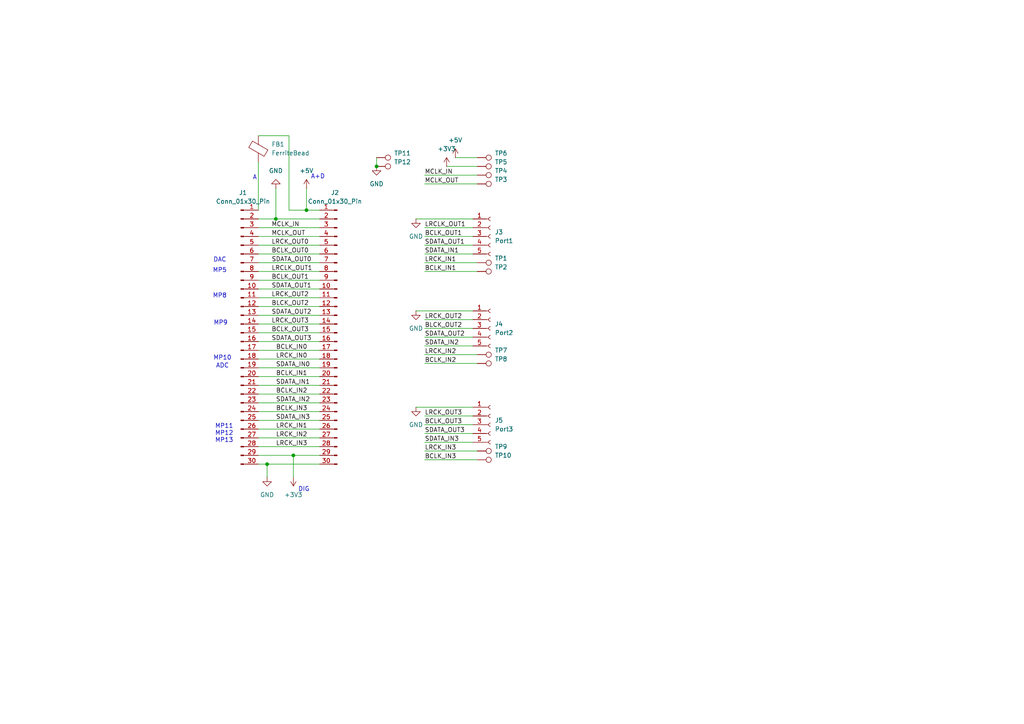
<source format=kicad_sch>
(kicad_sch (version 20231120) (generator "eeschema") (generator_version "8.0")
  (paper "A4")
  (lib_symbols
    (symbol "Connector:Conn_01x05_Socket" (pin_names (offset 1.016) hide)
      (property "Reference" "J" (at 0 7.62 0))
      (property "Value" "Conn_01x05_Socket" (at 0 -7.62 0))
      (symbol "Conn_01x05_Socket_1_1"
        (arc (start 0 -4.572) (mid -0.5058 -5.08) (end 0 -5.588) (stroke (width 0.1524)))
        (arc (start 0 -2.032) (mid -0.5058 -2.54) (end 0 -3.048) (stroke (width 0.1524)))
        (polyline (pts (xy -1.27 -5.08) (xy -0.508 -5.08)) (stroke (width 0.1524)))
        (polyline (pts (xy -1.27 -2.54) (xy -0.508 -2.54)) (stroke (width 0.1524)))
        (polyline (pts (xy -1.27 0) (xy -0.508 0)) (stroke (width 0.1524)))
        (polyline (pts (xy -1.27 2.54) (xy -0.508 2.54)) (stroke (width 0.1524)))
        (polyline (pts (xy -1.27 5.08) (xy -0.508 5.08)) (stroke (width 0.1524)))
        (arc (start 0 0.508) (mid -0.5058 0) (end 0 -0.508) (stroke (width 0.1524)))
        (arc (start 0 3.048) (mid -0.5058 2.54) (end 0 2.032) (stroke (width 0.1524)))
        (arc (start 0 5.588) (mid -0.5058 5.08) (end 0 4.572) (stroke (width 0.1524)))
        (pin passive line (at -5.08 5.08 0) (length 3.81) (name "Pin_1") (number "1"))
        (pin passive line (at -5.08 2.54 0) (length 3.81) (name "Pin_2") (number "2"))
        (pin passive line (at -5.08 0 0) (length 3.81) (name "Pin_3") (number "3"))
        (pin passive line (at -5.08 -2.54 0) (length 3.81) (name "Pin_4") (number "4"))
        (pin passive line (at -5.08 -5.08 0) (length 3.81) (name "Pin_5") (number "5"))
      )
    )
    (symbol "Connector:Conn_01x30_Pin" (pin_names (offset 1.016) hide)
      (property "Reference" "J" (at 0 38.1 0))
      (property "Value" "Conn_01x30_Pin" (at 0 -40.64 0))
      (symbol "Conn_01x30_Pin_1_1"
        (polyline (pts (xy 1.27 -38.1) (xy 0.8636 -38.1)) (stroke (width 0.1524)))
        (polyline (pts (xy 1.27 -35.56) (xy 0.8636 -35.56)) (stroke (width 0.1524)))
        (polyline (pts (xy 1.27 -33.02) (xy 0.8636 -33.02)) (stroke (width 0.1524)))
        (polyline (pts (xy 1.27 -30.48) (xy 0.8636 -30.48)) (stroke (width 0.1524)))
        (polyline (pts (xy 1.27 -27.94) (xy 0.8636 -27.94)) (stroke (width 0.1524)))
        (polyline (pts (xy 1.27 -25.4) (xy 0.8636 -25.4)) (stroke (width 0.1524)))
        (polyline (pts (xy 1.27 -22.86) (xy 0.8636 -22.86)) (stroke (width 0.1524)))
        (polyline (pts (xy 1.27 -20.32) (xy 0.8636 -20.32)) (stroke (width 0.1524)))
        (polyline (pts (xy 1.27 -17.78) (xy 0.8636 -17.78)) (stroke (width 0.1524)))
        (polyline (pts (xy 1.27 -15.24) (xy 0.8636 -15.24)) (stroke (width 0.1524)))
        (polyline (pts (xy 1.27 -12.7) (xy 0.8636 -12.7)) (stroke (width 0.1524)))
        (polyline (pts (xy 1.27 -10.16) (xy 0.8636 -10.16)) (stroke (width 0.1524)))
        (polyline (pts (xy 1.27 -7.62) (xy 0.8636 -7.62)) (stroke (width 0.1524)))
        (polyline (pts (xy 1.27 -5.08) (xy 0.8636 -5.08)) (stroke (width 0.1524)))
        (polyline (pts (xy 1.27 -2.54) (xy 0.8636 -2.54)) (stroke (width 0.1524)))
        (polyline (pts (xy 1.27 0) (xy 0.8636 0)) (stroke (width 0.1524)))
        (polyline (pts (xy 1.27 2.54) (xy 0.8636 2.54)) (stroke (width 0.1524)))
        (polyline (pts (xy 1.27 5.08) (xy 0.8636 5.08)) (stroke (width 0.1524)))
        (polyline (pts (xy 1.27 7.62) (xy 0.8636 7.62)) (stroke (width 0.1524)))
        (polyline (pts (xy 1.27 10.16) (xy 0.8636 10.16)) (stroke (width 0.1524)))
        (polyline (pts (xy 1.27 12.7) (xy 0.8636 12.7)) (stroke (width 0.1524)))
        (polyline (pts (xy 1.27 15.24) (xy 0.8636 15.24)) (stroke (width 0.1524)))
        (polyline (pts (xy 1.27 17.78) (xy 0.8636 17.78)) (stroke (width 0.1524)))
        (polyline (pts (xy 1.27 20.32) (xy 0.8636 20.32)) (stroke (width 0.1524)))
        (polyline (pts (xy 1.27 22.86) (xy 0.8636 22.86)) (stroke (width 0.1524)))
        (polyline (pts (xy 1.27 25.4) (xy 0.8636 25.4)) (stroke (width 0.1524)))
        (polyline (pts (xy 1.27 27.94) (xy 0.8636 27.94)) (stroke (width 0.1524)))
        (polyline (pts (xy 1.27 30.48) (xy 0.8636 30.48)) (stroke (width 0.1524)))
        (polyline (pts (xy 1.27 33.02) (xy 0.8636 33.02)) (stroke (width 0.1524)))
        (polyline (pts (xy 1.27 35.56) (xy 0.8636 35.56)) (stroke (width 0.1524)))
        (rectangle (start 0.8636 -37.973) (end 0 -38.227) (stroke (width 0.1524)) (fill (type outline)))
        (rectangle (start 0.8636 -35.433) (end 0 -35.687) (stroke (width 0.1524)) (fill (type outline)))
        (rectangle (start 0.8636 -32.893) (end 0 -33.147) (stroke (width 0.1524)) (fill (type outline)))
        (rectangle (start 0.8636 -30.353) (end 0 -30.607) (stroke (width 0.1524)) (fill (type outline)))
        (rectangle (start 0.8636 -27.813) (end 0 -28.067) (stroke (width 0.1524)) (fill (type outline)))
        (rectangle (start 0.8636 -25.273) (end 0 -25.527) (stroke (width 0.1524)) (fill (type outline)))
        (rectangle (start 0.8636 -22.733) (end 0 -22.987) (stroke (width 0.1524)) (fill (type outline)))
        (rectangle (start 0.8636 -20.193) (end 0 -20.447) (stroke (width 0.1524)) (fill (type outline)))
        (rectangle (start 0.8636 -17.653) (end 0 -17.907) (stroke (width 0.1524)) (fill (type outline)))
        (rectangle (start 0.8636 -15.113) (end 0 -15.367) (stroke (width 0.1524)) (fill (type outline)))
        (rectangle (start 0.8636 -12.573) (end 0 -12.827) (stroke (width 0.1524)) (fill (type outline)))
        (rectangle (start 0.8636 -10.033) (end 0 -10.287) (stroke (width 0.1524)) (fill (type outline)))
        (rectangle (start 0.8636 -7.493) (end 0 -7.747) (stroke (width 0.1524)) (fill (type outline)))
        (rectangle (start 0.8636 -4.953) (end 0 -5.207) (stroke (width 0.1524)) (fill (type outline)))
        (rectangle (start 0.8636 -2.413) (end 0 -2.667) (stroke (width 0.1524)) (fill (type outline)))
        (rectangle (start 0.8636 0.127) (end 0 -0.127) (stroke (width 0.1524)) (fill (type outline)))
        (rectangle (start 0.8636 2.667) (end 0 2.413) (stroke (width 0.1524)) (fill (type outline)))
        (rectangle (start 0.8636 5.207) (end 0 4.953) (stroke (width 0.1524)) (fill (type outline)))
        (rectangle (start 0.8636 7.747) (end 0 7.493) (stroke (width 0.1524)) (fill (type outline)))
        (rectangle (start 0.8636 10.287) (end 0 10.033) (stroke (width 0.1524)) (fill (type outline)))
        (rectangle (start 0.8636 12.827) (end 0 12.573) (stroke (width 0.1524)) (fill (type outline)))
        (rectangle (start 0.8636 15.367) (end 0 15.113) (stroke (width 0.1524)) (fill (type outline)))
        (rectangle (start 0.8636 17.907) (end 0 17.653) (stroke (width 0.1524)) (fill (type outline)))
        (rectangle (start 0.8636 20.447) (end 0 20.193) (stroke (width 0.1524)) (fill (type outline)))
        (rectangle (start 0.8636 22.987) (end 0 22.733) (stroke (width 0.1524)) (fill (type outline)))
        (rectangle (start 0.8636 25.527) (end 0 25.273) (stroke (width 0.1524)) (fill (type outline)))
        (rectangle (start 0.8636 28.067) (end 0 27.813) (stroke (width 0.1524)) (fill (type outline)))
        (rectangle (start 0.8636 30.607) (end 0 30.353) (stroke (width 0.1524)) (fill (type outline)))
        (rectangle (start 0.8636 33.147) (end 0 32.893) (stroke (width 0.1524)) (fill (type outline)))
        (rectangle (start 0.8636 35.687) (end 0 35.433) (stroke (width 0.1524)) (fill (type outline)))
        (pin passive line (at 5.08 35.56 180) (length 3.81) (name "Pin_1") (number "1"))
        (pin passive line (at 5.08 12.7 180) (length 3.81) (name "Pin_10") (number "10"))
        (pin passive line (at 5.08 10.16 180) (length 3.81) (name "Pin_11") (number "11"))
        (pin passive line (at 5.08 7.62 180) (length 3.81) (name "Pin_12") (number "12"))
        (pin passive line (at 5.08 5.08 180) (length 3.81) (name "Pin_13") (number "13"))
        (pin passive line (at 5.08 2.54 180) (length 3.81) (name "Pin_14") (number "14"))
        (pin passive line (at 5.08 0 180) (length 3.81) (name "Pin_15") (number "15"))
        (pin passive line (at 5.08 -2.54 180) (length 3.81) (name "Pin_16") (number "16"))
        (pin passive line (at 5.08 -5.08 180) (length 3.81) (name "Pin_17") (number "17"))
        (pin passive line (at 5.08 -7.62 180) (length 3.81) (name "Pin_18") (number "18"))
        (pin passive line (at 5.08 -10.16 180) (length 3.81) (name "Pin_19") (number "19"))
        (pin passive line (at 5.08 33.02 180) (length 3.81) (name "Pin_2") (number "2"))
        (pin passive line (at 5.08 -12.7 180) (length 3.81) (name "Pin_20") (number "20"))
        (pin passive line (at 5.08 -15.24 180) (length 3.81) (name "Pin_21") (number "21"))
        (pin passive line (at 5.08 -17.78 180) (length 3.81) (name "Pin_22") (number "22"))
        (pin passive line (at 5.08 -20.32 180) (length 3.81) (name "Pin_23") (number "23"))
        (pin passive line (at 5.08 -22.86 180) (length 3.81) (name "Pin_24") (number "24"))
        (pin passive line (at 5.08 -25.4 180) (length 3.81) (name "Pin_25") (number "25"))
        (pin passive line (at 5.08 -27.94 180) (length 3.81) (name "Pin_26") (number "26"))
        (pin passive line (at 5.08 -30.48 180) (length 3.81) (name "Pin_27") (number "27"))
        (pin passive line (at 5.08 -33.02 180) (length 3.81) (name "Pin_28") (number "28"))
        (pin passive line (at 5.08 -35.56 180) (length 3.81) (name "Pin_29") (number "29"))
        (pin passive line (at 5.08 30.48 180) (length 3.81) (name "Pin_3") (number "3"))
        (pin passive line (at 5.08 -38.1 180) (length 3.81) (name "Pin_30") (number "30"))
        (pin passive line (at 5.08 27.94 180) (length 3.81) (name "Pin_4") (number "4"))
        (pin passive line (at 5.08 25.4 180) (length 3.81) (name "Pin_5") (number "5"))
        (pin passive line (at 5.08 22.86 180) (length 3.81) (name "Pin_6") (number "6"))
        (pin passive line (at 5.08 20.32 180) (length 3.81) (name "Pin_7") (number "7"))
        (pin passive line (at 5.08 17.78 180) (length 3.81) (name "Pin_8") (number "8"))
        (pin passive line (at 5.08 15.24 180) (length 3.81) (name "Pin_9") (number "9"))
      )
    )
    (symbol "Connector:TestPoint" (pin_numbers hide) (pin_names (offset 0.762) hide)
      (property "Reference" "TP" (at 0 6.858 0))
      (property "Value" "TestPoint" (at 0 5.08 0))
      (symbol "TestPoint_0_1"
        (circle (center 0 3.302) (radius 0.762))
      )
      (symbol "TestPoint_1_1"
        (pin passive line (at 0 0 90) (length 2.54) (name "1") (number "1"))
      )
    )
    (symbol "Device:FerriteBead" (pin_numbers hide) (pin_names (offset 0))
      (property "Reference" "FB" (at -3.81 0.635 90))
      (property "Value" "FerriteBead" (at 3.81 0 90))
      (symbol "FerriteBead_0_1"
        (polyline (pts (xy 0 -1.27) (xy 0 -1.2192)))
        (polyline (pts (xy 0 1.27) (xy 0 1.2954)))
        (polyline (pts (xy -2.7686 0.4064) (xy -1.7018 2.2606) (xy 2.7686 -0.3048) (xy 1.6764 -2.159) (xy -2.7686 0.4064)))
      )
      (symbol "FerriteBead_1_1"
        (pin passive line (at 0 3.81 270) (length 2.54) (name "~") (number "1"))
        (pin passive line (at 0 -3.81 90) (length 2.54) (name "~") (number "2"))
      )
    )
    (symbol "power:+3V3" (power) (pin_numbers hide) (pin_names (offset 0) hide)
      (property "Value" "+3V3" (at 0 3.556 0))
      (symbol "+3V3_0_1"
        (polyline (pts (xy -0.762 1.27) (xy 0 2.54)))
        (polyline (pts (xy 0 0) (xy 0 2.54)))
        (polyline (pts (xy 0 2.54) (xy 0.762 1.27)))
      )
      (symbol "+3V3_1_1"
        (pin power_in line (at 0 0 90) (length 0) (name "~") (number "1"))
      )
    )
    (symbol "power:+5V" (power) (pin_numbers hide) (pin_names (offset 0) hide)
      (property "Value" "+5V" (at 0 3.556 0))
      (symbol "+5V_0_1"
        (polyline (pts (xy -0.762 1.27) (xy 0 2.54)))
        (polyline (pts (xy 0 0) (xy 0 2.54)))
        (polyline (pts (xy 0 2.54) (xy 0.762 1.27)))
      )
      (symbol "+5V_1_1"
        (pin power_in line (at 0 0 90) (length 0) (name "~") (number "1"))
      )
    )
    (symbol "power:GND" (power) (pin_numbers hide) (pin_names (offset 0) hide)
      (property "Value" "GND" (at 0 -3.81 0))
      (symbol "GND_0_1"
        (polyline (pts (xy 0 0) (xy 0 -1.27) (xy 1.27 -1.27) (xy 0 -2.54) (xy -1.27 -1.27) (xy 0 -1.27)))
      )
      (symbol "GND_1_1"
        (pin power_in line (at 0 0 270) (length 0) (name "~") (number "1"))
      )
    )
  )
  (junction (at 85.09 132.08))
  (junction (at 109.22 48.26))
  (junction (at 77.47 134.62))
  (junction (at 88.9 60.96))
  (junction (at 80.01 63.5))
  (wire (pts (xy 123.19 120.65) (xy 137.16 120.65)))
  (wire (pts (xy 92.71 127) (xy 74.93 127)))
  (wire (pts (xy 123.19 68.58) (xy 137.16 68.58)))
  (wire (pts (xy 109.22 45.72) (xy 109.22 48.26)))
  (wire (pts (xy 120.65 118.11) (xy 137.16 118.11)))
  (wire (pts (xy 74.93 46.99) (xy 74.93 60.96)))
  (wire (pts (xy 123.19 66.04) (xy 137.16 66.04)))
  (wire (pts (xy 92.71 134.62) (xy 77.47 134.62)))
  (wire (pts (xy 92.71 119.38) (xy 74.93 119.38)))
  (wire (pts (xy 92.71 109.22) (xy 74.93 109.22)))
  (wire (pts (xy 92.71 124.46) (xy 74.93 124.46)))
  (wire (pts (xy 120.65 63.5) (xy 137.16 63.5)))
  (wire (pts (xy 92.71 91.44) (xy 74.93 91.44)))
  (wire (pts (xy 123.19 130.81) (xy 138.43 130.81)))
  (wire (pts (xy 120.65 90.17) (xy 137.16 90.17)))
  (wire (pts (xy 123.19 53.34) (xy 138.43 53.34)))
  (wire (pts (xy 123.19 71.12) (xy 137.16 71.12)))
  (wire (pts (xy 123.19 133.35) (xy 138.43 133.35)))
  (wire (pts (xy 123.19 123.19) (xy 137.16 123.19)))
  (wire (pts (xy 123.19 105.41) (xy 138.43 105.41)))
  (wire (pts (xy 123.19 102.87) (xy 138.43 102.87)))
  (wire (pts (xy 123.19 73.66) (xy 137.16 73.66)))
  (wire (pts (xy 123.19 97.79) (xy 137.16 97.79)))
  (wire (pts (xy 123.19 78.74) (xy 138.43 78.74)))
  (wire (pts (xy 92.71 121.92) (xy 74.93 121.92)))
  (wire (pts (xy 92.71 96.52) (xy 74.93 96.52)))
  (wire (pts (xy 92.71 99.06) (xy 74.93 99.06)))
  (wire (pts (xy 92.71 101.6) (xy 74.93 101.6)))
  (wire (pts (xy 92.71 81.28) (xy 74.93 81.28)))
  (wire (pts (xy 92.71 83.82) (xy 74.93 83.82)))
  (wire (pts (xy 74.93 39.37) (xy 83.82 39.37)))
  (wire (pts (xy 92.71 104.14) (xy 74.93 104.14)))
  (wire (pts (xy 92.71 129.54) (xy 74.93 129.54)))
  (wire (pts (xy 83.82 39.37) (xy 83.82 60.96)))
  (wire (pts (xy 92.71 111.76) (xy 74.93 111.76)))
  (wire (pts (xy 92.71 88.9) (xy 74.93 88.9)))
  (wire (pts (xy 83.82 60.96) (xy 88.9 60.96)))
  (wire (pts (xy 92.71 76.2) (xy 74.93 76.2)))
  (wire (pts (xy 92.71 68.58) (xy 74.93 68.58)))
  (wire (pts (xy 80.01 63.5) (xy 74.93 63.5)))
  (wire (pts (xy 92.71 78.74) (xy 74.93 78.74)))
  (wire (pts (xy 92.71 116.84) (xy 74.93 116.84)))
  (wire (pts (xy 92.71 73.66) (xy 74.93 73.66)))
  (wire (pts (xy 77.47 134.62) (xy 74.93 134.62)))
  (wire (pts (xy 92.71 106.68) (xy 74.93 106.68)))
  (wire (pts (xy 85.09 138.43) (xy 85.09 132.08)))
  (wire (pts (xy 88.9 54.61) (xy 88.9 60.96)))
  (wire (pts (xy 77.47 138.43) (xy 77.47 134.62)))
  (wire (pts (xy 123.19 95.25) (xy 137.16 95.25)))
  (wire (pts (xy 92.71 66.04) (xy 74.93 66.04)))
  (wire (pts (xy 92.71 86.36) (xy 74.93 86.36)))
  (wire (pts (xy 132.08 45.72) (xy 138.43 45.72)))
  (wire (pts (xy 80.01 54.61) (xy 80.01 63.5)))
  (wire (pts (xy 85.09 132.08) (xy 74.93 132.08)))
  (wire (pts (xy 92.71 93.98) (xy 74.93 93.98)))
  (wire (pts (xy 92.71 60.96) (xy 88.9 60.96)))
  (wire (pts (xy 123.19 128.27) (xy 137.16 128.27)))
  (wire (pts (xy 123.19 125.73) (xy 137.16 125.73)))
  (wire (pts (xy 92.71 63.5) (xy 80.01 63.5)))
  (wire (pts (xy 92.71 71.12) (xy 74.93 71.12)))
  (wire (pts (xy 92.71 132.08) (xy 85.09 132.08)))
  (wire (pts (xy 138.43 50.8) (xy 123.19 50.8)))
  (wire (pts (xy 123.19 100.33) (xy 137.16 100.33)))
  (wire (pts (xy 123.19 92.71) (xy 137.16 92.71)))
  (wire (pts (xy 129.54 48.26) (xy 138.43 48.26)))
  (wire (pts (xy 92.71 114.3) (xy 74.93 114.3)))
  (wire (pts (xy 123.19 76.2) (xy 138.43 76.2)))
  (text "MP11\nMP12\nMP13" (at 65.024 125.73 0) (effects (font (size 1.27 1.27))))
  (text "MP5" (at 63.754 78.486 0) (effects (font (size 1.27 1.27))))
  (text "MP8" (at 63.754 85.852 0) (effects (font (size 1.27 1.27))))
  (text "DIG" (at 88.138 141.986 0) (effects (font (size 1.27 1.27))))
  (text "MP9" (at 64.008 93.726 0) (effects (font (size 1.27 1.27))))
  (text "MP10" (at 64.516 103.886 0) (effects (font (size 1.27 1.27))))
  (text "DAC" (at 63.754 75.438 0) (effects (font (size 1.27 1.27))))
  (text "A" (at 73.914 51.562 0) (effects (font (size 1.27 1.27))))
  (text "ADC" (at 64.516 106.172 0) (effects (font (size 1.27 1.27))))
  (text "A+D" (at 92.202 51.308 0) (effects (font (size 1.27 1.27))))
  (label "SDATA_IN2" (at 123.19 100.33 0))
  (label "BCLK_OUT0" (at 78.74 73.66 0))
  (label "SDATA_IN0" (at 80.01 106.68 0))
  (label "BLCK_OUT2" (at 78.74 88.9 0))
  (label "LRCK_OUT3" (at 78.74 93.98 0))
  (label "LRCK_IN2" (at 123.19 102.87 0))
  (label "BCLK_IN0" (at 80.01 101.6 0))
  (label "LRCK_OUT0" (at 78.74 71.12 0))
  (label "MCLK_IN" (at 123.19 50.8 0))
  (label "SDATA_OUT3" (at 123.19 125.73 0))
  (label "SDATA_OUT0" (at 78.74 76.2 0))
  (label "SDATA_OUT2" (at 123.19 97.79 0))
  (label "SDATA_IN1" (at 123.19 73.66 0))
  (label "BLCK_OUT2" (at 123.19 95.25 0))
  (label "BCLK_OUT1" (at 78.74 81.28 0))
  (label "SDATA_OUT3" (at 78.74 99.06 0))
  (label "LRCK_OUT2" (at 78.74 86.36 0))
  (label "BCLK_OUT1" (at 123.19 68.58 0))
  (label "SDATA_OUT1" (at 78.74 83.82 0))
  (label "LRCLK_OUT1" (at 78.74 78.74 0))
  (label "LRCK_IN1" (at 80.01 124.46 0))
  (label "BCLK_OUT3" (at 123.19 123.19 0))
  (label "BCLK_IN3" (at 123.19 133.35 0))
  (label "SDATA_IN3" (at 80.01 121.92 0))
  (label "SDATA_IN2" (at 80.01 116.84 0))
  (label "LRCK_OUT3" (at 123.19 120.65 0))
  (label "LRCK_IN3" (at 80.01 129.54 0))
  (label "MCLK_OUT" (at 78.74 68.58 0))
  (label "BCLK_OUT3" (at 78.74 96.52 0))
  (label "MCLK_IN" (at 78.74 66.04 0))
  (label "SDATA_OUT2" (at 78.74 91.44 0))
  (label "LRCK_IN3" (at 123.19 130.81 0))
  (label "LRCK_IN2" (at 80.01 127 0))
  (label "BCLK_IN1" (at 80.01 109.22 0))
  (label "BCLK_IN2" (at 80.01 114.3 0))
  (label "LRCK_IN1" (at 123.19 76.2 0))
  (label "LRCLK_OUT1" (at 123.19 66.04 0))
  (label "BCLK_IN2" (at 123.19 105.41 0))
  (label "SDATA_OUT1" (at 123.19 71.12 0))
  (label "LRCK_IN0" (at 80.01 104.14 0))
  (label "LRCK_OUT2" (at 123.19 92.71 0))
  (label "SDATA_IN1" (at 80.01 111.76 0))
  (label "MCLK_OUT" (at 123.19 53.34 0))
  (label "BCLK_IN1" (at 123.19 78.74 0))
  (label "BCLK_IN3" (at 80.01 119.38 0))
  (label "SDATA_IN3" (at 123.19 128.27 0))
  (symbol (lib_id "Connector:TestPoint") (at 138.43 105.41 270) (unit 1)
    (property "Reference" "TP8" (at 143.51 104.1399 90) (effects (justify left)))
    (property "Value" "TestPoint" (effects (hide yes)))
    (property "Footprint" "TestPoint:TestPoint_Pad_2.0x2.0mm" (effects (hide yes)))
    (property "Description" "test point" (effects (hide yes)))
  )
  (symbol (lib_id "Connector:TestPoint") (at 138.43 50.8 270) (unit 1)
    (property "Reference" "TP4" (at 143.51 49.5299 90) (effects (justify left)))
    (property "Value" "TestPoint" (effects (hide yes)))
    (property "Footprint" "TestPoint:TestPoint_Pad_2.0x2.0mm" (effects (hide yes)))
    (property "Description" "test point" (effects (hide yes)))
  )
  (symbol (lib_id "Connector:Conn_01x05_Socket") (at 142.24 95.25 0) (unit 1)
    (property "Reference" "J4" (at 143.51 93.9799 0) (effects (justify left)))
    (property "Value" "Port2" (at 143.51 96.5199 0) (effects (justify left)))
    (property "Footprint" "Connector_PinHeader_2.54mm:PinHeader_1x05_P2.54mm_Vertical" (effects (hide yes)))
    (property "Description" "Generic connector, single row, 01x05, script generated" (effects (hide yes)))
  )
  (symbol (lib_id "power:+3V3") (at 129.54 48.26 0) (unit 1)
    (property "Reference" "#PWR09" (effects (hide yes)))
    (property "Value" "+3V3" (at 129.54 43.18 0))
    (property "Description" "Power symbol creates a global label with name \"+3V3\"" (effects (hide yes)))
  )
  (symbol (lib_id "power:+5V") (at 132.08 45.72 0) (unit 1)
    (property "Reference" "#PWR08" (effects (hide yes)))
    (property "Value" "+5V" (at 132.08 40.64 0))
    (property "Description" "Power symbol creates a global label with name \"+5V\"" (effects (hide yes)))
  )
  (symbol (lib_id "power:+5V") (at 88.9 54.61 0) (unit 1)
    (property "Reference" "#PWR03" (effects (hide yes)))
    (property "Value" "+5V" (at 88.9 49.53 0))
    (property "Description" "Power symbol creates a global label with name \"+5V\"" (effects (hide yes)))
  )
  (symbol (lib_id "power:+3V3") (at 85.09 138.43 180) (unit 1)
    (property "Reference" "#PWR04" (effects (hide yes)))
    (property "Value" "+3V3" (at 85.09 143.51 0))
    (property "Description" "Power symbol creates a global label with name \"+3V3\"" (effects (hide yes)))
  )
  (symbol (lib_id "Connector:TestPoint") (at 109.22 45.72 270) (unit 1)
    (property "Reference" "TP11" (at 114.3 44.4499 90) (effects (justify left)))
    (property "Value" "TestPoint" (effects (hide yes)))
    (property "Footprint" "TestPoint:TestPoint_Loop_D2.50mm_Drill1.0mm" (effects (hide yes)))
    (property "Description" "test point" (effects (hide yes)))
  )
  (symbol (lib_id "power:GND") (at 120.65 63.5 0) (unit 1)
    (property "Reference" "#PWR05" (effects (hide yes)))
    (property "Value" "GND" (at 120.65 68.58 0))
    (property "Description" "Power symbol creates a global label with name \"GND\" , ground" (effects (hide yes)))
  )
  (symbol (lib_id "power:GND") (at 120.65 90.17 0) (unit 1)
    (property "Reference" "#PWR06" (effects (hide yes)))
    (property "Value" "GND" (at 120.65 95.25 0))
    (property "Description" "Power symbol creates a global label with name \"GND\" , ground" (effects (hide yes)))
  )
  (symbol (lib_id "Connector:Conn_01x30_Pin") (at 69.85 96.52 0) (unit 1)
    (property "Reference" "J1" (at 70.485 55.88 0))
    (property "Value" "Conn_01x30_Pin" (at 70.485 58.42 0))
    (property "Footprint" "Connector_PinHeader_2.00mm:PinHeader_1x30_P2.00mm_Vertical" (effects (hide yes)))
    (property "Description" "Generic connector, single row, 01x30, script generated" (effects (hide yes)))
  )
  (symbol (lib_id "Connector:TestPoint") (at 109.22 48.26 270) (unit 1)
    (property "Reference" "TP12" (at 114.3 46.9899 90) (effects (justify left)))
    (property "Value" "TestPoint" (effects (hide yes)))
    (property "Footprint" "TestPoint:TestPoint_Loop_D2.50mm_Drill1.0mm" (effects (hide yes)))
    (property "Description" "test point" (effects (hide yes)))
  )
  (symbol (lib_id "Connector:TestPoint") (at 138.43 48.26 270) (unit 1)
    (property "Reference" "TP5" (at 143.51 46.9899 90) (effects (justify left)))
    (property "Value" "TestPoint" (effects (hide yes)))
    (property "Footprint" "TestPoint:TestPoint_Loop_D2.50mm_Drill1.0mm" (effects (hide yes)))
    (property "Description" "test point" (effects (hide yes)))
  )
  (symbol (lib_id "Connector:TestPoint") (at 138.43 133.35 270) (unit 1)
    (property "Reference" "TP10" (at 143.51 132.0799 90) (effects (justify left)))
    (property "Value" "TestPoint" (effects (hide yes)))
    (property "Footprint" "TestPoint:TestPoint_Loop_D2.50mm_Drill1.0mm" (effects (hide yes)))
    (property "Description" "test point" (effects (hide yes)))
  )
  (symbol (lib_id "Connector:TestPoint") (at 138.43 53.34 270) (unit 1)
    (property "Reference" "TP3" (at 143.51 52.0699 90) (effects (justify left)))
    (property "Value" "TestPoint" (effects (hide yes)))
    (property "Footprint" "TestPoint:TestPoint_Pad_2.0x2.0mm" (effects (hide yes)))
    (property "Description" "test point" (effects (hide yes)))
  )
  (symbol (lib_id "Connector:TestPoint") (at 138.43 78.74 270) (unit 1)
    (property "Reference" "TP2" (at 143.51 77.4699 90) (effects (justify left)))
    (property "Value" "TestPoint" (effects (hide yes)))
    (property "Footprint" "TestPoint:TestPoint_Pad_2.0x2.0mm" (effects (hide yes)))
    (property "Description" "test point" (effects (hide yes)))
  )
  (symbol (lib_id "Connector:TestPoint") (at 138.43 76.2 270) (unit 1)
    (property "Reference" "TP1" (at 143.51 74.9299 90) (effects (justify left)))
    (property "Value" "TestPoint" (effects (hide yes)))
    (property "Footprint" "TestPoint:TestPoint_Pad_2.0x2.0mm" (effects (hide yes)))
    (property "Description" "test point" (effects (hide yes)))
  )
  (symbol (lib_id "Connector:TestPoint") (at 138.43 130.81 270) (unit 1)
    (property "Reference" "TP9" (at 143.51 129.5399 90) (effects (justify left)))
    (property "Value" "TestPoint" (effects (hide yes)))
    (property "Footprint" "TestPoint:TestPoint_Loop_D2.50mm_Drill1.0mm" (effects (hide yes)))
    (property "Description" "test point" (effects (hide yes)))
  )
  (symbol (lib_id "power:GND") (at 77.47 138.43 0) (unit 1)
    (property "Reference" "#PWR01" (effects (hide yes)))
    (property "Value" "GND" (at 77.47 143.51 0))
    (property "Description" "Power symbol creates a global label with name \"GND\" , ground" (effects (hide yes)))
  )
  (symbol (lib_id "Connector:TestPoint") (at 138.43 45.72 270) (unit 1)
    (property "Reference" "TP6" (at 143.51 44.4499 90) (effects (justify left)))
    (property "Value" "TestPoint" (effects (hide yes)))
    (property "Footprint" "TestPoint:TestPoint_Loop_D2.50mm_Drill1.0mm" (effects (hide yes)))
    (property "Description" "test point" (effects (hide yes)))
  )
  (symbol (lib_id "Connector:Conn_01x05_Socket") (at 142.24 68.58 0) (unit 1)
    (property "Reference" "J3" (at 143.51 67.3099 0) (effects (justify left)))
    (property "Value" "Port1" (at 143.51 69.8499 0) (effects (justify left)))
    (property "Footprint" "Connector_PinHeader_2.54mm:PinHeader_1x05_P2.54mm_Vertical" (effects (hide yes)))
    (property "Description" "Generic connector, single row, 01x05, script generated" (effects (hide yes)))
  )
  (symbol (lib_id "Device:FerriteBead") (at 74.93 43.18 0) (unit 1)
    (property "Reference" "FB1" (at 78.74 41.8591 0) (effects (justify left)))
    (property "Value" "FerriteBead" (at 78.74 44.3991 0) (effects (justify left)))
    (property "Footprint" "Inductor_SMD:L_0603_1608Metric_Pad1.05x0.95mm_HandSolder" (effects (hide yes)))
    (property "Description" "Ferrite bead" (effects (hide yes)))
  )
  (symbol (lib_id "power:GND") (at 80.01 54.61 180) (unit 1)
    (property "Reference" "#PWR02" (effects (hide yes)))
    (property "Value" "GND" (at 80.01 49.53 0))
    (property "Description" "Power symbol creates a global label with name \"GND\" , ground" (effects (hide yes)))
  )
  (symbol (lib_id "Connector:Conn_01x30_Pin") (at 97.79 96.52 0) (mirror y) (unit 1)
    (property "Reference" "J2" (at 97.155 55.88 0))
    (property "Value" "Conn_01x30_Pin" (at 97.155 58.42 0))
    (property "Footprint" "Connector_PinHeader_2.00mm:PinHeader_1x30_P2.00mm_Vertical" (effects (hide yes)))
    (property "Description" "Generic connector, single row, 01x30, script generated" (effects (hide yes)))
  )
  (symbol (lib_id "Connector:TestPoint") (at 138.43 102.87 270) (unit 1)
    (property "Reference" "TP7" (at 143.51 101.5999 90) (effects (justify left)))
    (property "Value" "TestPoint" (effects (hide yes)))
    (property "Footprint" "TestPoint:TestPoint_Pad_2.0x2.0mm" (effects (hide yes)))
    (property "Description" "test point" (effects (hide yes)))
  )
  (symbol (lib_id "Connector:Conn_01x05_Socket") (at 142.24 123.19 0) (unit 1)
    (property "Reference" "J5" (at 143.51 121.9199 0) (effects (justify left)))
    (property "Value" "Port3" (at 143.51 124.4599 0) (effects (justify left)))
    (property "Footprint" "Connector_PinHeader_2.54mm:PinHeader_1x05_P2.54mm_Vertical" (effects (hide yes)))
    (property "Description" "Generic connector, single row, 01x05, script generated" (effects (hide yes)))
  )
  (symbol (lib_id "power:GND") (at 120.65 118.11 0) (unit 1)
    (property "Reference" "#PWR07" (effects (hide yes)))
    (property "Value" "GND" (at 120.65 123.19 0))
    (property "Description" "Power symbol creates a global label with name \"GND\" , ground" (effects (hide yes)))
  )
  (symbol (lib_id "power:GND") (at 109.22 48.26 0) (unit 1)
    (property "Reference" "#PWR010" (effects (hide yes)))
    (property "Value" "GND" (at 109.22 53.34 0))
    (property "Description" "Power symbol creates a global label with name \"GND\" , ground" (effects (hide yes)))
  )
)
</source>
